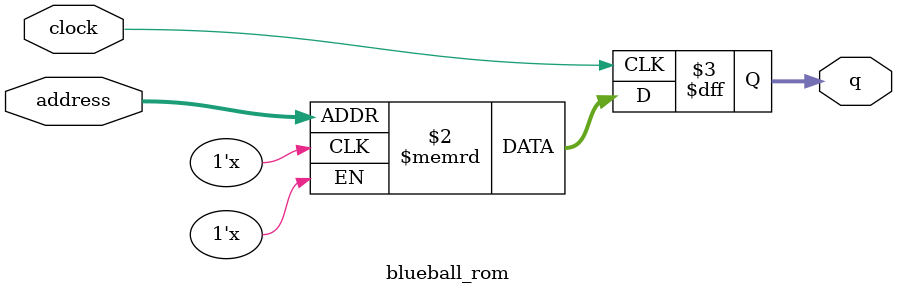
<source format=sv>
module blueball_rom (
	input logic clock,
	input logic [8:0] address,
	output logic [7:0] q
);

logic [7:0] memory [0:399] /* synthesis ram_init_file = "./blueball/blueball.mif" */;

always_ff @ (posedge clock) begin
	q <= memory[address];
end

endmodule

</source>
